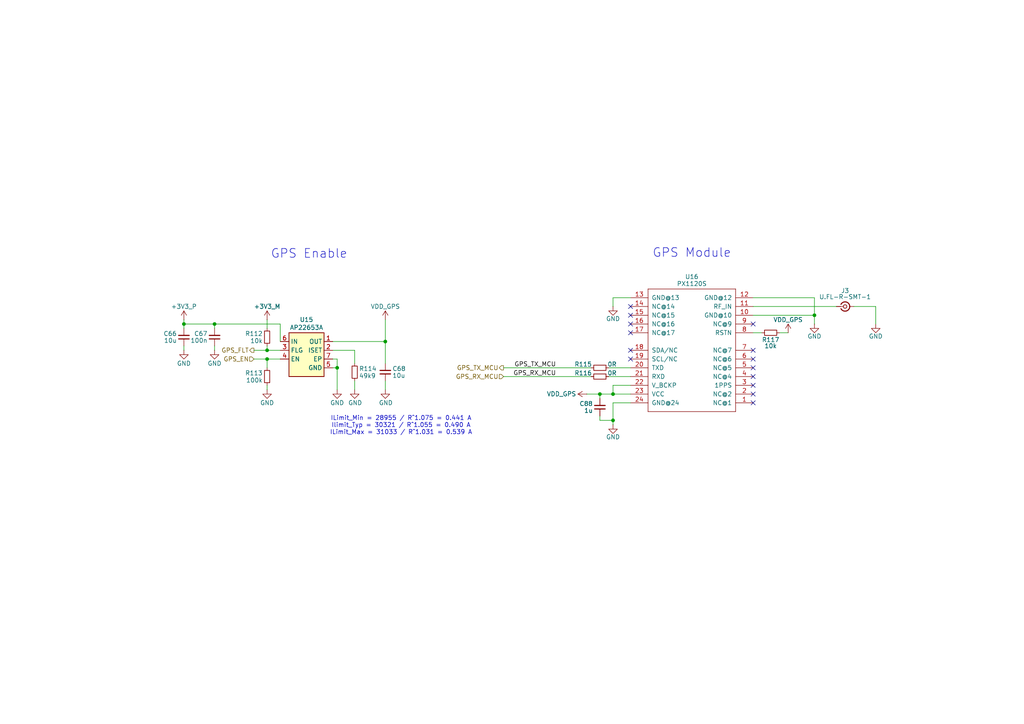
<source format=kicad_sch>
(kicad_sch (version 20231120) (generator "eeschema") (generator_version "8.0")
  (paper "A4")
  (title_block (title "Argus Mainboard") (date "2025-01-08") (rev "v3.0") (company "Carnegie Mellon University") (comment 1 "M. Holliday") (comment 2 "N. Khera") (comment 3 "V. Rajesh"))
  (lib_symbols
    (symbol "Argus-IC:AP22653"
      (property "Reference" "U15" (at 7.62 6.35 0))
      (property "Value" "AP22653A" (at 7.62 4.064 0))
      (symbol "AP22653_1_1"
        (rectangle (start 2.54 2.54) (end 12.7 -10.16) (stroke (width 0.254)) (fill (type background)))
        (pin power_out line (at 15.24 0 180) (length 2.54) (name "OUT") (number "1"))
        (pin passive line (at 15.24 -2.54 180) (length 2.54) (name "ISET") (number "2"))
        (pin output line (at 0 -2.54 0) (length 2.54) (name "FLG") (number "3"))
        (pin input line (at 0 -5.08 0) (length 2.54) (name "EN") (number "4"))
        (pin power_in line (at 15.24 -7.62 180) (length 2.54) (name "GND") (number "5"))
        (pin power_in line (at 0 0 0) (length 2.54) (name "IN") (number "6"))
        (pin power_in line (at 15.24 -5.08 180) (length 2.54) (name "EP") (number "7"))
      )
    )
    (symbol "Argus-Miscellaneous:S1216V8" (pin_names (offset 1.016))
      (property "Reference" "U13" (at -12.954 18.288 0))
      (property "Value" "S1216V8" (at 4.572 -19.812 0))
      (symbol "S1216V8_1_0"
        (polyline (pts (xy -12.7 -17.78) (xy 12.7 -17.78)))
        (polyline (pts (xy -12.7 17.78) (xy -12.7 -17.78)))
        (polyline (pts (xy 12.7 -17.78) (xy 12.7 17.78)))
        (polyline (pts (xy 12.7 17.78) (xy -12.7 17.78)))
        (pin bidirectional line (at 17.78 -15.24 180) (length 5.08) (name "NC@1") (number "1"))
        (pin bidirectional line (at 17.78 10.16 180) (length 5.08) (name "GND@10") (number "10"))
        (pin bidirectional line (at 17.78 12.7 180) (length 5.08) (name "RF_IN") (number "11"))
        (pin bidirectional line (at 17.78 15.24 180) (length 5.08) (name "GND@12") (number "12"))
        (pin bidirectional line (at -17.78 15.24 0) (length 5.08) (name "GND@13") (number "13"))
        (pin bidirectional line (at -17.78 12.7 0) (length 5.08) (name "NC@14") (number "14"))
        (pin bidirectional line (at -17.78 10.16 0) (length 5.08) (name "NC@15") (number "15"))
        (pin bidirectional line (at -17.78 7.62 0) (length 5.08) (name "NC@16") (number "16"))
        (pin bidirectional line (at -17.78 5.08 0) (length 5.08) (name "NC@17") (number "17"))
        (pin bidirectional line (at -17.78 0 0) (length 5.08) (name "SDA/NC") (number "18"))
        (pin bidirectional line (at -17.78 -2.54 0) (length 5.08) (name "SCL/NC") (number "19"))
        (pin bidirectional line (at 17.78 -12.7 180) (length 5.08) (name "NC@2") (number "2"))
        (pin bidirectional line (at -17.78 -5.08 0) (length 5.08) (name "TXD") (number "20"))
        (pin bidirectional line (at -17.78 -7.62 0) (length 5.08) (name "RXD") (number "21"))
        (pin bidirectional line (at -17.78 -10.16 0) (length 5.08) (name "V_BCKP") (number "22"))
        (pin bidirectional line (at -17.78 -12.7 0) (length 5.08) (name "VCC") (number "23"))
        (pin bidirectional line (at -17.78 -15.24 0) (length 5.08) (name "GND@24") (number "24"))
        (pin bidirectional line (at 17.78 -10.16 180) (length 5.08) (name "1PPS") (number "3"))
        (pin bidirectional line (at 17.78 -7.62 180) (length 5.08) (name "NC@4") (number "4"))
        (pin bidirectional line (at 17.78 -5.08 180) (length 5.08) (name "NC@5") (number "5"))
        (pin bidirectional line (at 17.78 -2.54 180) (length 5.08) (name "NC@6") (number "6"))
        (pin bidirectional line (at 17.78 0 180) (length 5.08) (name "NC@7") (number "7"))
        (pin bidirectional line (at 17.78 5.08 180) (length 5.08) (name "RSTN") (number "8"))
        (pin bidirectional line (at 17.78 7.62 180) (length 5.08) (name "NC@9") (number "9"))
      )
    )
    (symbol "Connector:Conn_Coaxial_Small" (pin_numbers hide) (pin_names (offset 1.016) hide)
      (property "Reference" "J" (at 0.254 3.048 0))
      (property "Value" "Conn_Coaxial_Small" (at 0 -3.81 0))
      (symbol "Conn_Coaxial_Small_0_1"
        (polyline (pts (xy -2.54 0) (xy -0.508 0)))
        (circle (center 0 0) (radius 0.508) (stroke (width 0.2032)))
      )
      (symbol "Conn_Coaxial_Small_1_1"
        (arc (start -1.1916 -0.6311) (mid 0.327 -1.3081) (end 1.3484 0.0039) (stroke (width 0.3048)))
        (arc (start 1.3484 -0.0039) (mid 0.327 1.3081) (end -1.1916 0.6311) (stroke (width 0.3048)))
        (pin passive line (at -2.54 0 0) (length 1.27) (name "In") (number "1"))
        (pin passive line (at 2.54 0 180) (length 1.27) (name "Ext") (number "2"))
      )
    )
    (symbol "Device:C_Small" (pin_numbers hide) (pin_names (offset 0.254) hide)
      (property "Reference" "C" (at 0.254 1.778 0))
      (property "Value" "C_Small" (at 0.254 -2.032 0))
      (symbol "C_Small_0_1"
        (polyline (pts (xy -1.524 -0.508) (xy 1.524 -0.508)) (stroke (width 0.3302)))
        (polyline (pts (xy -1.524 0.508) (xy 1.524 0.508)) (stroke (width 0.3048)))
      )
      (symbol "C_Small_1_1"
        (pin passive line (at 0 2.54 270) (length 2.032) (name "~") (number "1"))
        (pin passive line (at 0 -2.54 90) (length 2.032) (name "~") (number "2"))
      )
    )
    (symbol "Device:R_Small" (pin_numbers hide) (pin_names (offset 0.254) hide)
      (property "Reference" "R" (at 0.762 0.508 0))
      (property "Value" "R_Small" (at 0.762 -1.016 0))
      (symbol "R_Small_0_1"
        (rectangle (start -0.762 1.778) (end 0.762 -1.778) (stroke (width 0.2032)))
      )
      (symbol "R_Small_1_1"
        (pin passive line (at 0 2.54 270) (length 0.762) (name "~") (number "1"))
        (pin passive line (at 0 -2.54 90) (length 0.762) (name "~") (number "2"))
      )
    )
    (symbol "power:+3.3V" (power) (pin_numbers hide) (pin_names (offset 0) hide)
      (property "Value" "+3.3V" (at 0 3.556 0))
      (symbol "+3.3V_0_1"
        (polyline (pts (xy -0.762 1.27) (xy 0 2.54)))
        (polyline (pts (xy 0 0) (xy 0 2.54)))
        (polyline (pts (xy 0 2.54) (xy 0.762 1.27)))
      )
      (symbol "+3.3V_1_1"
        (pin power_in line (at 0 0 90) (length 0) (name "~") (number "1"))
      )
    )
    (symbol "power:+3V3" (power) (pin_numbers hide) (pin_names (offset 0) hide)
      (property "Value" "+3V3" (at 0 3.556 0))
      (symbol "+3V3_0_1"
        (polyline (pts (xy -0.762 1.27) (xy 0 2.54)))
        (polyline (pts (xy 0 0) (xy 0 2.54)))
        (polyline (pts (xy 0 2.54) (xy 0.762 1.27)))
      )
      (symbol "+3V3_1_1"
        (pin power_in line (at 0 0 90) (length 0) (name "~") (number "1"))
      )
    )
    (symbol "power:GND" (power) (pin_numbers hide) (pin_names (offset 0) hide)
      (property "Value" "GND" (at 0 -3.81 0))
      (symbol "GND_0_1"
        (polyline (pts (xy 0 0) (xy 0 -1.27) (xy 1.27 -1.27) (xy 0 -2.54) (xy -1.27 -1.27) (xy 0 -1.27)))
      )
      (symbol "GND_1_1"
        (pin power_in line (at 0 0 270) (length 0) (name "~") (number "1"))
      )
    )
  )
  (junction (at 177.8 121.92))
  (junction (at 77.47 101.6))
  (junction (at 77.47 104.14))
  (junction (at 177.8 114.3))
  (junction (at 236.22 91.44))
  (junction (at 97.79 106.68))
  (junction (at 62.23 93.98))
  (junction (at 111.76 99.06))
  (junction (at 53.34 93.98))
  (junction (at 173.99 114.3))
  (no_connect (at 218.44 109.22))
  (no_connect (at 218.44 93.98))
  (no_connect (at 218.44 101.6))
  (no_connect (at 218.44 111.76))
  (no_connect (at 182.88 91.44))
  (no_connect (at 218.44 106.68))
  (no_connect (at 182.88 101.6))
  (no_connect (at 182.88 88.9))
  (no_connect (at 182.88 96.52))
  (no_connect (at 182.88 104.14))
  (no_connect (at 182.88 93.98))
  (no_connect (at 218.44 116.84))
  (no_connect (at 218.44 104.14))
  (no_connect (at 218.44 114.3))
  (wire (pts (xy 73.66 104.14) (xy 77.47 104.14)))
  (wire (pts (xy 81.28 93.98) (xy 81.28 99.06)))
  (wire (pts (xy 254 88.9) (xy 254 93.98)))
  (wire (pts (xy 176.53 106.68) (xy 182.88 106.68)))
  (wire (pts (xy 173.99 121.92) (xy 177.8 121.92)))
  (wire (pts (xy 77.47 104.14) (xy 77.47 106.68)))
  (wire (pts (xy 218.44 86.36) (xy 236.22 86.36)))
  (wire (pts (xy 73.66 101.6) (xy 77.47 101.6)))
  (wire (pts (xy 173.99 114.3) (xy 170.18 114.3)))
  (wire (pts (xy 218.44 91.44) (xy 236.22 91.44)))
  (wire (pts (xy 173.99 121.92) (xy 173.99 120.65)))
  (wire (pts (xy 62.23 93.98) (xy 62.23 95.25)))
  (wire (pts (xy 236.22 86.36) (xy 236.22 91.44)))
  (wire (pts (xy 182.88 116.84) (xy 177.8 116.84)))
  (wire (pts (xy 173.99 114.3) (xy 173.99 115.57)))
  (wire (pts (xy 111.76 113.03) (xy 111.76 110.49)))
  (wire (pts (xy 177.8 111.76) (xy 177.8 114.3)))
  (wire (pts (xy 177.8 116.84) (xy 177.8 121.92)))
  (wire (pts (xy 77.47 100.33) (xy 77.47 101.6)))
  (wire (pts (xy 96.52 104.14) (xy 97.79 104.14)))
  (wire (pts (xy 177.8 114.3) (xy 182.88 114.3)))
  (wire (pts (xy 62.23 100.33) (xy 62.23 101.6)))
  (wire (pts (xy 236.22 93.98) (xy 236.22 91.44)))
  (wire (pts (xy 111.76 92.71) (xy 111.76 99.06)))
  (wire (pts (xy 177.8 86.36) (xy 177.8 88.9)))
  (wire (pts (xy 146.05 106.68) (xy 171.45 106.68)))
  (wire (pts (xy 177.8 114.3) (xy 173.99 114.3)))
  (wire (pts (xy 77.47 92.71) (xy 77.47 95.25)))
  (wire (pts (xy 218.44 88.9) (xy 242.57 88.9)))
  (wire (pts (xy 77.47 104.14) (xy 81.28 104.14)))
  (wire (pts (xy 176.53 109.22) (xy 182.88 109.22)))
  (wire (pts (xy 96.52 106.68) (xy 97.79 106.68)))
  (wire (pts (xy 102.87 101.6) (xy 102.87 105.41)))
  (wire (pts (xy 146.05 109.22) (xy 171.45 109.22)))
  (wire (pts (xy 111.76 99.06) (xy 111.76 105.41)))
  (wire (pts (xy 97.79 104.14) (xy 97.79 106.68)))
  (wire (pts (xy 182.88 111.76) (xy 177.8 111.76)))
  (wire (pts (xy 228.6 96.52) (xy 226.06 96.52)))
  (wire (pts (xy 96.52 101.6) (xy 102.87 101.6)))
  (wire (pts (xy 111.76 99.06) (xy 96.52 99.06)))
  (wire (pts (xy 177.8 123.19) (xy 177.8 121.92)))
  (wire (pts (xy 62.23 93.98) (xy 81.28 93.98)))
  (wire (pts (xy 53.34 92.71) (xy 53.34 93.98)))
  (wire (pts (xy 53.34 93.98) (xy 53.34 95.25)))
  (wire (pts (xy 177.8 86.36) (xy 182.88 86.36)))
  (wire (pts (xy 97.79 106.68) (xy 97.79 113.03)))
  (wire (pts (xy 102.87 113.03) (xy 102.87 110.49)))
  (wire (pts (xy 53.34 93.98) (xy 62.23 93.98)))
  (wire (pts (xy 77.47 101.6) (xy 81.28 101.6)))
  (wire (pts (xy 218.44 96.52) (xy 220.98 96.52)))
  (wire (pts (xy 77.47 111.76) (xy 77.47 113.03)))
  (wire (pts (xy 247.65 88.9) (xy 254 88.9)))
  (wire (pts (xy 53.34 100.33) (xy 53.34 101.6)))
  (text "ILimit_Min = 28955 / R^1.075 = 0.441 A\nIlimit_Typ = 30321 / R^1.055 = 0.490 A\nILimit_Max = 31033 / R^1.031 = 0.539 A" (at 116.332 123.444 0) (effects (font (size 1.27 1.27))))
  (text "GPS Enable" (at 78.486 75.184 0) (effects (font (size 2.54 2.54)) (justify left bottom)))
  (text "GPS Module" (at 200.66 74.93 0) (effects (font (size 2.54 2.54)) (justify bottom)))
  (label "GPS_RX_MCU" (at 161.29 109.22 180))
  (label "GPS_TX_MCU" (at 161.29 106.68 180))
  (hierarchical_label "GPS_TX_MCU" (shape output) (at 146.05 106.68 180))
  (hierarchical_label "GPS_FLT" (shape output) (at 73.66 101.6 180))
  (hierarchical_label "GPS_EN" (shape input) (at 73.66 104.14 180))
  (hierarchical_label "GPS_RX_MCU" (shape input) (at 146.05 109.22 180))
  (symbol (lib_id "Device:R_Small") (at 77.47 97.79 0) (mirror y) (unit 1)
    (property "Reference" "R112" (at 76.2 96.774 0) (effects (justify left)))
    (property "Value" "10k" (at 76.2 99.568 0) (effects (justify left bottom)))
    (property "Footprint" "Resistor_SMD:R_0603_1608Metric" (effects (hide yes)))
    (property "Description" "Resistor, small symbol" (effects (hide yes)))
    (property "Manufacturer" "Bourns" (effects (hide yes)))
    (property "MPN" "CR0402-FX-1003GLF" (effects (hide yes)))
    (property "Val" "100k" (effects (hide yes)))
    (property "License" "Apache-2.0" (effects (hide yes)))
    (property "Author" "Antmicro" (effects (hide yes)))
    (property "Tolerance" "1%" (effects (hide yes)))
  )
  (symbol (lib_id "Device:R_Small") (at 173.99 109.22 90) (unit 1)
    (property "Reference" "R116" (at 171.704 108.204 90) (effects (justify left)))
    (property "Value" "0R" (at 177.546 108.204 90))
    (property "Footprint" "Resistor_SMD:R_0603_1608Metric" (effects (hide yes)))
    (property "Description" "Resistor, small symbol" (effects (hide yes)))
  )
  (symbol (lib_id "Argus-IC:AP22653") (at 81.28 99.06 0) (unit 1)
    (property "Reference" "U15" (at 88.9 92.71 0))
    (property "Value" "AP22653A" (at 88.9 94.996 0))
    (property "Footprint" "Argus-IC:DFN-6-1EP_2x2mm_P0.65mm_EP1x1.6mm" (effects (hide yes)))
    (property "Datasheet" "https://www.mouser.pl/datasheet/2/115/DIOD_S_A0010880137_1-2543666.pdf" (effects (hide yes)))
    (property "MPN" "AP22653FDZ-7" (effects (hide yes)))
    (property "Manufacturer" "Diodes Incorporated" (effects (hide yes)))
    (property "Author" "Antmicro" (effects (hide yes)))
    (property "License" "Apache-2.0" (effects (hide yes)))
  )
  (symbol (lib_id "power:GND") (at 77.47 113.03 0) (mirror y) (unit 1)
    (property "Reference" "#PWR039" (effects (hide yes)))
    (property "Value" "GND" (at 77.47 116.84 0))
    (property "Description" "Power symbol creates a global label with name \"GND\" , ground" (effects (hide yes)))
    (property "Author" "Antmicro" (effects (hide yes)))
    (property "License" "Apache-2.0" (effects (hide yes)))
  )
  (symbol (lib_id "power:GND") (at 102.87 113.03 0) (unit 1)
    (property "Reference" "#PWR058" (effects (hide yes)))
    (property "Value" "GND" (at 100.965 116.84 0) (effects (justify left)))
    (property "Description" "Power symbol creates a global label with name \"GND\" , ground" (effects (hide yes)))
    (property "Author" "Antmicro" (effects (hide yes)))
    (property "License" "Apache-2.0" (effects (hide yes)))
  )
  (symbol (lib_id "Connector:Conn_Coaxial_Small") (at 245.11 88.9 0) (unit 1)
    (property "Reference" "J3" (at 245.11 84.328 0))
    (property "Value" "U.FL-R-SMT-1" (at 245.11 86.106 0))
    (property "Footprint" "Connector_Coaxial:U.FL_Hirose_U.FL-R-SMT-1_Vertical" (effects (hide yes)))
    (property "Description" "small coaxial connector (BNC, SMA, SMB, SMC, Cinch/RCA, LEMO, ...)" (effects (hide yes)))
  )
  (symbol (lib_id "power:GND") (at 53.34 101.6 0) (mirror y) (unit 1)
    (property "Reference" "#PWR036" (effects (hide yes)))
    (property "Value" "GND" (at 53.34 105.41 0))
    (property "Description" "Power symbol creates a global label with name \"GND\" , ground" (effects (hide yes)))
    (property "Author" "Antmicro" (effects (hide yes)))
    (property "License" "Apache-2.0" (effects (hide yes)))
  )
  (symbol (lib_id "power:+3V3") (at 170.18 114.3 90) (unit 1)
    (property "Reference" "#SUPPLY013" (effects (hide yes)))
    (property "Value" "VDD_GPS" (at 167.132 113.538 90) (effects (justify left bottom)))
    (property "Description" "Power symbol creates a global label with name \"+3V3\"" (effects (hide yes)))
  )
  (symbol (lib_id "power:GND") (at 177.8 123.19 0) (unit 1)
    (property "Reference" "#PWR088" (effects (hide yes)))
    (property "Value" "GND" (at 177.8 126.746 0))
    (property "Description" "Power symbol creates a global label with name \"GND\" , ground" (effects (hide yes)))
  )
  (symbol (lib_id "power:GND") (at 97.79 113.03 0) (unit 1)
    (property "Reference" "#PWR040" (effects (hide yes)))
    (property "Value" "GND" (at 97.79 116.84 0))
    (property "Description" "Power symbol creates a global label with name \"GND\" , ground" (effects (hide yes)))
    (property "Author" "Antmicro" (effects (hide yes)))
    (property "License" "Apache-2.0" (effects (hide yes)))
  )
  (symbol (lib_id "Device:R_Small") (at 223.52 96.52 90) (unit 1)
    (property "Reference" "R117" (at 223.52 98.552 90))
    (property "Value" "10k" (at 223.52 100.33 90))
    (property "Footprint" "Resistor_SMD:R_0603_1608Metric" (effects (hide yes)))
    (property "Description" "Resistor, small symbol" (effects (hide yes)))
  )
  (symbol (lib_id "power:+3V3") (at 228.6 96.52 0) (unit 1)
    (property "Reference" "#SUPPLY014" (effects (hide yes)))
    (property "Value" "VDD_GPS" (at 224.282 93.472 0) (effects (justify left bottom)))
    (property "Description" "Power symbol creates a global label with name \"+3V3\"" (effects (hide yes)))
  )
  (symbol (lib_id "power:+3.3V") (at 77.47 92.71 0) (unit 1)
    (property "Reference" "#SUPPLY3" (effects (hide yes)))
    (property "Value" "+3V3_M" (at 77.47 88.9 0))
    (property "Description" "Power symbol creates a global label with name \"+3.3V\"" (effects (hide yes)))
  )
  (symbol (lib_id "Device:C_Small") (at 173.99 118.11 0) (mirror x) (unit 1)
    (property "Reference" "C88" (at 171.958 117.094 0) (effects (justify right)))
    (property "Value" "1u" (at 171.958 118.364 0) (effects (justify right bottom)))
    (property "Footprint" "Capacitor_SMD:C_0603_1608Metric" (effects (hide yes)))
    (property "Description" "Unpolarized capacitor, small symbol" (effects (hide yes)))
    (property "Manufacturer" "Murata" (effects (hide yes)))
    (property "MPN" "GRM155R61H104KE14D" (effects (hide yes)))
    (property "Val" "100n" (effects (hide yes)))
    (property "License" "Apache-2.0" (effects (hide yes)))
    (property "Author" "Antmicro" (effects (hide yes)))
    (property "Voltage" "50V" (effects (hide yes)))
    (property "Dielectric" "X5R" (effects (hide yes)))
  )
  (symbol (lib_id "power:GND") (at 236.22 93.98 0) (unit 1)
    (property "Reference" "#PWR090" (effects (hide yes)))
    (property "Value" "GND" (at 236.22 97.536 0))
    (property "Description" "Power symbol creates a global label with name \"GND\" , ground" (effects (hide yes)))
  )
  (symbol (lib_id "Device:C_Small") (at 62.23 97.79 0) (mirror x) (unit 1)
    (property "Reference" "C67" (at 60.198 96.774 0) (effects (justify right)))
    (property "Value" "100n" (at 60.198 98.044 0) (effects (justify right bottom)))
    (property "Footprint" "Capacitor_SMD:C_0603_1608Metric" (effects (hide yes)))
    (property "Description" "Unpolarized capacitor, small symbol" (effects (hide yes)))
    (property "Manufacturer" "Murata" (effects (hide yes)))
    (property "MPN" "GRM155R61H104KE14D" (effects (hide yes)))
    (property "Val" "100n" (effects (hide yes)))
    (property "License" "Apache-2.0" (effects (hide yes)))
    (property "Author" "Antmicro" (effects (hide yes)))
    (property "Voltage" "50V" (effects (hide yes)))
    (property "Dielectric" "X5R" (effects (hide yes)))
  )
  (symbol (lib_id "Device:R_Small") (at 102.87 107.95 0) (unit 1)
    (property "Reference" "R114" (at 104.14 106.934 0) (effects (justify left)))
    (property "Value" "49k9" (at 104.14 109.728 0) (effects (justify left bottom)))
    (property "Footprint" "Resistor_SMD:R_0603_1608Metric" (effects (hide yes)))
    (property "Description" "Resistor, small symbol" (effects (hide yes)))
    (property "Manufacturer" "Bourns" (effects (hide yes)))
    (property "MPN" "CR0402-FX-1502GLF" (effects (hide yes)))
    (property "Val" "15k" (effects (hide yes)))
    (property "License" "Apache-2.0" (effects (hide yes)))
    (property "Author" "Antmicro" (effects (hide yes)))
    (property "Tolerance" "1%" (effects (hide yes)))
  )
  (symbol (lib_id "power:GND") (at 254 93.98 0) (unit 1)
    (property "Reference" "#PWR0174" (effects (hide yes)))
    (property "Value" "GND" (at 254 97.536 0))
    (property "Description" "Power symbol creates a global label with name \"GND\" , ground" (effects (hide yes)))
  )
  (symbol (lib_id "Device:C_Small") (at 53.34 97.79 0) (mirror x) (unit 1)
    (property "Reference" "C66" (at 51.308 96.774 0) (effects (justify right)))
    (property "Value" "10u" (at 51.308 98.044 0) (effects (justify right bottom)))
    (property "Footprint" "Capacitor_SMD:C_0805_2012Metric" (effects (hide yes)))
    (property "Description" "Unpolarized capacitor, small symbol" (effects (hide yes)))
    (property "Manufacturer" "Murata" (effects (hide yes)))
    (property "MPN" "GRM155R61H104KE14D" (effects (hide yes)))
    (property "Val" "100n" (effects (hide yes)))
    (property "License" "Apache-2.0" (effects (hide yes)))
    (property "Author" "Antmicro" (effects (hide yes)))
    (property "Voltage" "50V" (effects (hide yes)))
    (property "Dielectric" "X5R" (effects (hide yes)))
  )
  (symbol (lib_id "Device:R_Small") (at 173.99 106.68 90) (unit 1)
    (property "Reference" "R115" (at 171.704 105.664 90) (effects (justify left)))
    (property "Value" "0R" (at 177.546 105.664 90))
    (property "Footprint" "Resistor_SMD:R_0603_1608Metric" (effects (hide yes)))
    (property "Description" "Resistor, small symbol" (effects (hide yes)))
  )
  (symbol (lib_id "Argus-Miscellaneous:S1216V8") (at 200.66 101.6 0) (unit 1)
    (property "Reference" "U16" (at 200.66 80.264 0))
    (property "Value" "PX1120S" (at 200.66 82.296 0))
    (property "Footprint" "Argus-Miscellaneous:S1216_24PIN_PACKAGE" (effects (hide yes)))
  )
  (symbol (lib_id "power:+3.3V") (at 111.76 92.71 0) (unit 1)
    (property "Reference" "#SUPPLY019" (effects (hide yes)))
    (property "Value" "VDD_GPS" (at 111.76 88.9 0))
    (property "Description" "Power symbol creates a global label with name \"+3.3V\"" (effects (hide yes)))
  )
  (symbol (lib_id "power:GND") (at 177.8 88.9 0) (unit 1)
    (property "Reference" "#PWR087" (effects (hide yes)))
    (property "Value" "GND" (at 177.8 92.456 0))
    (property "Description" "Power symbol creates a global label with name \"GND\" , ground" (effects (hide yes)))
  )
  (symbol (lib_id "power:+3.3V") (at 53.34 92.71 0) (unit 1)
    (property "Reference" "#SUPPLY018" (effects (hide yes)))
    (property "Value" "+3V3_P" (at 53.34 88.9 0))
    (property "Description" "Power symbol creates a global label with name \"+3.3V\"" (effects (hide yes)))
  )
  (symbol (lib_id "Device:C_Small") (at 111.76 107.95 180) (unit 1)
    (property "Reference" "C68" (at 113.792 106.934 0) (effects (justify right)))
    (property "Value" "10u" (at 113.792 108.204 0) (effects (justify right bottom)))
    (property "Footprint" "Capacitor_SMD:C_0805_2012Metric" (effects (hide yes)))
    (property "Description" "Unpolarized capacitor, small symbol" (effects (hide yes)))
    (property "Manufacturer" "Murata" (effects (hide yes)))
    (property "MPN" "GRM155R61H104KE14D" (effects (hide yes)))
    (property "Val" "100n" (effects (hide yes)))
    (property "License" "Apache-2.0" (effects (hide yes)))
    (property "Author" "Antmicro" (effects (hide yes)))
    (property "Voltage" "50V" (effects (hide yes)))
    (property "Dielectric" "X5R" (effects (hide yes)))
  )
  (symbol (lib_id "Device:R_Small") (at 77.47 109.22 0) (mirror y) (unit 1)
    (property "Reference" "R113" (at 76.2 108.204 0) (effects (justify left)))
    (property "Value" "100k" (at 76.2 110.998 0) (effects (justify left bottom)))
    (property "Footprint" "Resistor_SMD:R_0603_1608Metric" (effects (hide yes)))
    (property "Description" "Resistor, small symbol" (effects (hide yes)))
    (property "Manufacturer" "Bourns" (effects (hide yes)))
    (property "MPN" "CR0402-FX-1003GLF" (effects (hide yes)))
    (property "Val" "100k" (effects (hide yes)))
    (property "License" "Apache-2.0" (effects (hide yes)))
    (property "Author" "Antmicro" (effects (hide yes)))
    (property "Tolerance" "1%" (effects (hide yes)))
  )
  (symbol (lib_id "power:GND") (at 111.76 113.03 0) (unit 1)
    (property "Reference" "#PWR059" (effects (hide yes)))
    (property "Value" "GND" (at 109.855 116.84 0) (effects (justify left)))
    (property "Description" "Power symbol creates a global label with name \"GND\" , ground" (effects (hide yes)))
    (property "Author" "Antmicro" (effects (hide yes)))
    (property "License" "Apache-2.0" (effects (hide yes)))
  )
  (symbol (lib_id "power:GND") (at 62.23 101.6 0) (mirror y) (unit 1)
    (property "Reference" "#PWR038" (effects (hide yes)))
    (property "Value" "GND" (at 62.23 105.41 0))
    (property "Description" "Power symbol creates a global label with name \"GND\" , ground" (effects (hide yes)))
    (property "Author" "Antmicro" (effects (hide yes)))
    (property "License" "Apache-2.0" (effects (hide yes)))
  )
)
</source>
